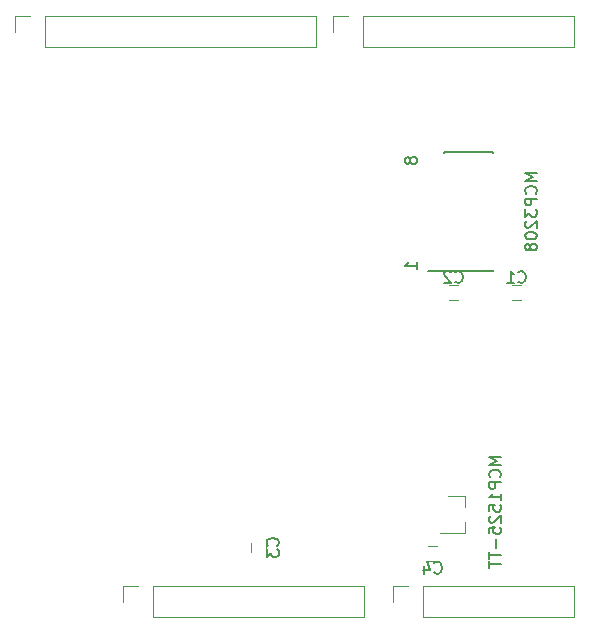
<source format=gbr>
%TF.GenerationSoftware,KiCad,Pcbnew,(5.1.6-0-10_14)*%
%TF.CreationDate,2022-12-23T17:52:02+09:00*%
%TF.ProjectId,MuxReadoutBoard,4d757852-6561-4646-9f75-74426f617264,rev?*%
%TF.SameCoordinates,Original*%
%TF.FileFunction,Legend,Bot*%
%TF.FilePolarity,Positive*%
%FSLAX46Y46*%
G04 Gerber Fmt 4.6, Leading zero omitted, Abs format (unit mm)*
G04 Created by KiCad (PCBNEW (5.1.6-0-10_14)) date 2022-12-23 17:52:02*
%MOMM*%
%LPD*%
G01*
G04 APERTURE LIST*
%ADD10C,0.150000*%
%ADD11C,0.120000*%
G04 APERTURE END LIST*
D10*
X152534952Y-112426761D02*
X152487333Y-112331523D01*
X152439714Y-112283904D01*
X152344476Y-112236285D01*
X152296857Y-112236285D01*
X152201619Y-112283904D01*
X152154000Y-112331523D01*
X152106380Y-112426761D01*
X152106380Y-112617238D01*
X152154000Y-112712476D01*
X152201619Y-112760095D01*
X152296857Y-112807714D01*
X152344476Y-112807714D01*
X152439714Y-112760095D01*
X152487333Y-112712476D01*
X152534952Y-112617238D01*
X152534952Y-112426761D01*
X152582571Y-112331523D01*
X152630190Y-112283904D01*
X152725428Y-112236285D01*
X152915904Y-112236285D01*
X153011142Y-112283904D01*
X153058761Y-112331523D01*
X153106380Y-112426761D01*
X153106380Y-112617238D01*
X153058761Y-112712476D01*
X153011142Y-112760095D01*
X152915904Y-112807714D01*
X152725428Y-112807714D01*
X152630190Y-112760095D01*
X152582571Y-112712476D01*
X152534952Y-112617238D01*
X153106380Y-121697714D02*
X153106380Y-121126285D01*
X153106380Y-121412000D02*
X152106380Y-121412000D01*
X152249238Y-121316761D01*
X152344476Y-121221523D01*
X152392095Y-121126285D01*
D11*
%TO.C,U2*%
X157224000Y-140914000D02*
X155764000Y-140914000D01*
X157224000Y-144074000D02*
X155064000Y-144074000D01*
X157224000Y-144074000D02*
X157224000Y-143144000D01*
X157224000Y-140914000D02*
X157224000Y-141844000D01*
%TO.C,C1*%
X161194000Y-124298000D02*
X161894000Y-124298000D01*
X161894000Y-123098000D02*
X161194000Y-123098000D01*
%TO.C,J5*%
X148650000Y-148530000D02*
X148650000Y-151190000D01*
X130810000Y-148530000D02*
X148650000Y-148530000D01*
X130810000Y-151190000D02*
X148650000Y-151190000D01*
X130810000Y-148530000D02*
X130810000Y-151190000D01*
X129540000Y-148530000D02*
X128210000Y-148530000D01*
X128210000Y-148530000D02*
X128210000Y-149860000D01*
D10*
%TO.C,U1*%
X155405000Y-121915000D02*
X155405000Y-121890000D01*
X159555000Y-121915000D02*
X159555000Y-121810000D01*
X159555000Y-111765000D02*
X159555000Y-111870000D01*
X155405000Y-111765000D02*
X155405000Y-111870000D01*
X155405000Y-121915000D02*
X159555000Y-121915000D01*
X155405000Y-111765000D02*
X159555000Y-111765000D01*
X155405000Y-121890000D02*
X154030000Y-121890000D01*
D11*
%TO.C,J3*%
X119066000Y-100270000D02*
X119066000Y-101600000D01*
X120396000Y-100270000D02*
X119066000Y-100270000D01*
X121666000Y-100270000D02*
X121666000Y-102930000D01*
X121666000Y-102930000D02*
X144586000Y-102930000D01*
X121666000Y-100270000D02*
X144586000Y-100270000D01*
X144586000Y-100270000D02*
X144586000Y-102930000D01*
%TO.C,J4*%
X145990000Y-100270000D02*
X145990000Y-101600000D01*
X147320000Y-100270000D02*
X145990000Y-100270000D01*
X148590000Y-100270000D02*
X148590000Y-102930000D01*
X148590000Y-102930000D02*
X166430000Y-102930000D01*
X148590000Y-100270000D02*
X166430000Y-100270000D01*
X166430000Y-100270000D02*
X166430000Y-102930000D01*
%TO.C,J6*%
X151070000Y-148530000D02*
X151070000Y-149860000D01*
X152400000Y-148530000D02*
X151070000Y-148530000D01*
X153670000Y-148530000D02*
X153670000Y-151190000D01*
X153670000Y-151190000D02*
X166430000Y-151190000D01*
X153670000Y-148530000D02*
X166430000Y-148530000D01*
X166430000Y-148530000D02*
X166430000Y-151190000D01*
%TO.C,C2*%
X156560000Y-123098000D02*
X155860000Y-123098000D01*
X155860000Y-124298000D02*
X156560000Y-124298000D01*
%TO.C,C3*%
X139100000Y-144938000D02*
X139100000Y-145638000D01*
X140300000Y-145638000D02*
X140300000Y-144938000D01*
%TO.C,C4*%
X154782000Y-145196000D02*
X154082000Y-145196000D01*
X154082000Y-146396000D02*
X154782000Y-146396000D01*
%TO.C,U2*%
D10*
X160218380Y-137620952D02*
X159218380Y-137620952D01*
X159932666Y-137954285D01*
X159218380Y-138287619D01*
X160218380Y-138287619D01*
X160123142Y-139335238D02*
X160170761Y-139287619D01*
X160218380Y-139144761D01*
X160218380Y-139049523D01*
X160170761Y-138906666D01*
X160075523Y-138811428D01*
X159980285Y-138763809D01*
X159789809Y-138716190D01*
X159646952Y-138716190D01*
X159456476Y-138763809D01*
X159361238Y-138811428D01*
X159266000Y-138906666D01*
X159218380Y-139049523D01*
X159218380Y-139144761D01*
X159266000Y-139287619D01*
X159313619Y-139335238D01*
X160218380Y-139763809D02*
X159218380Y-139763809D01*
X159218380Y-140144761D01*
X159266000Y-140240000D01*
X159313619Y-140287619D01*
X159408857Y-140335238D01*
X159551714Y-140335238D01*
X159646952Y-140287619D01*
X159694571Y-140240000D01*
X159742190Y-140144761D01*
X159742190Y-139763809D01*
X160218380Y-141287619D02*
X160218380Y-140716190D01*
X160218380Y-141001904D02*
X159218380Y-141001904D01*
X159361238Y-140906666D01*
X159456476Y-140811428D01*
X159504095Y-140716190D01*
X159218380Y-142192380D02*
X159218380Y-141716190D01*
X159694571Y-141668571D01*
X159646952Y-141716190D01*
X159599333Y-141811428D01*
X159599333Y-142049523D01*
X159646952Y-142144761D01*
X159694571Y-142192380D01*
X159789809Y-142240000D01*
X160027904Y-142240000D01*
X160123142Y-142192380D01*
X160170761Y-142144761D01*
X160218380Y-142049523D01*
X160218380Y-141811428D01*
X160170761Y-141716190D01*
X160123142Y-141668571D01*
X159313619Y-142620952D02*
X159266000Y-142668571D01*
X159218380Y-142763809D01*
X159218380Y-143001904D01*
X159266000Y-143097142D01*
X159313619Y-143144761D01*
X159408857Y-143192380D01*
X159504095Y-143192380D01*
X159646952Y-143144761D01*
X160218380Y-142573333D01*
X160218380Y-143192380D01*
X159218380Y-144097142D02*
X159218380Y-143620952D01*
X159694571Y-143573333D01*
X159646952Y-143620952D01*
X159599333Y-143716190D01*
X159599333Y-143954285D01*
X159646952Y-144049523D01*
X159694571Y-144097142D01*
X159789809Y-144144761D01*
X160027904Y-144144761D01*
X160123142Y-144097142D01*
X160170761Y-144049523D01*
X160218380Y-143954285D01*
X160218380Y-143716190D01*
X160170761Y-143620952D01*
X160123142Y-143573333D01*
X159837428Y-144573333D02*
X159837428Y-145335238D01*
X159218380Y-145668571D02*
X159218380Y-146240000D01*
X160218380Y-145954285D02*
X159218380Y-145954285D01*
X159218380Y-146430476D02*
X159218380Y-147001904D01*
X160218380Y-146716190D02*
X159218380Y-146716190D01*
%TO.C,C1*%
X161710666Y-122785142D02*
X161758285Y-122832761D01*
X161901142Y-122880380D01*
X161996380Y-122880380D01*
X162139238Y-122832761D01*
X162234476Y-122737523D01*
X162282095Y-122642285D01*
X162329714Y-122451809D01*
X162329714Y-122308952D01*
X162282095Y-122118476D01*
X162234476Y-122023238D01*
X162139238Y-121928000D01*
X161996380Y-121880380D01*
X161901142Y-121880380D01*
X161758285Y-121928000D01*
X161710666Y-121975619D01*
X160758285Y-122880380D02*
X161329714Y-122880380D01*
X161044000Y-122880380D02*
X161044000Y-121880380D01*
X161139238Y-122023238D01*
X161234476Y-122118476D01*
X161329714Y-122166095D01*
%TO.C,U1*%
X163266380Y-113601904D02*
X162266380Y-113601904D01*
X162980666Y-113935238D01*
X162266380Y-114268571D01*
X163266380Y-114268571D01*
X163171142Y-115316190D02*
X163218761Y-115268571D01*
X163266380Y-115125714D01*
X163266380Y-115030476D01*
X163218761Y-114887619D01*
X163123523Y-114792380D01*
X163028285Y-114744761D01*
X162837809Y-114697142D01*
X162694952Y-114697142D01*
X162504476Y-114744761D01*
X162409238Y-114792380D01*
X162314000Y-114887619D01*
X162266380Y-115030476D01*
X162266380Y-115125714D01*
X162314000Y-115268571D01*
X162361619Y-115316190D01*
X163266380Y-115744761D02*
X162266380Y-115744761D01*
X162266380Y-116125714D01*
X162314000Y-116220952D01*
X162361619Y-116268571D01*
X162456857Y-116316190D01*
X162599714Y-116316190D01*
X162694952Y-116268571D01*
X162742571Y-116220952D01*
X162790190Y-116125714D01*
X162790190Y-115744761D01*
X162266380Y-116649523D02*
X162266380Y-117268571D01*
X162647333Y-116935238D01*
X162647333Y-117078095D01*
X162694952Y-117173333D01*
X162742571Y-117220952D01*
X162837809Y-117268571D01*
X163075904Y-117268571D01*
X163171142Y-117220952D01*
X163218761Y-117173333D01*
X163266380Y-117078095D01*
X163266380Y-116792380D01*
X163218761Y-116697142D01*
X163171142Y-116649523D01*
X162361619Y-117649523D02*
X162314000Y-117697142D01*
X162266380Y-117792380D01*
X162266380Y-118030476D01*
X162314000Y-118125714D01*
X162361619Y-118173333D01*
X162456857Y-118220952D01*
X162552095Y-118220952D01*
X162694952Y-118173333D01*
X163266380Y-117601904D01*
X163266380Y-118220952D01*
X162266380Y-118840000D02*
X162266380Y-118935238D01*
X162314000Y-119030476D01*
X162361619Y-119078095D01*
X162456857Y-119125714D01*
X162647333Y-119173333D01*
X162885428Y-119173333D01*
X163075904Y-119125714D01*
X163171142Y-119078095D01*
X163218761Y-119030476D01*
X163266380Y-118935238D01*
X163266380Y-118840000D01*
X163218761Y-118744761D01*
X163171142Y-118697142D01*
X163075904Y-118649523D01*
X162885428Y-118601904D01*
X162647333Y-118601904D01*
X162456857Y-118649523D01*
X162361619Y-118697142D01*
X162314000Y-118744761D01*
X162266380Y-118840000D01*
X162694952Y-119744761D02*
X162647333Y-119649523D01*
X162599714Y-119601904D01*
X162504476Y-119554285D01*
X162456857Y-119554285D01*
X162361619Y-119601904D01*
X162314000Y-119649523D01*
X162266380Y-119744761D01*
X162266380Y-119935238D01*
X162314000Y-120030476D01*
X162361619Y-120078095D01*
X162456857Y-120125714D01*
X162504476Y-120125714D01*
X162599714Y-120078095D01*
X162647333Y-120030476D01*
X162694952Y-119935238D01*
X162694952Y-119744761D01*
X162742571Y-119649523D01*
X162790190Y-119601904D01*
X162885428Y-119554285D01*
X163075904Y-119554285D01*
X163171142Y-119601904D01*
X163218761Y-119649523D01*
X163266380Y-119744761D01*
X163266380Y-119935238D01*
X163218761Y-120030476D01*
X163171142Y-120078095D01*
X163075904Y-120125714D01*
X162885428Y-120125714D01*
X162790190Y-120078095D01*
X162742571Y-120030476D01*
X162694952Y-119935238D01*
%TO.C,C2*%
X156376666Y-122785142D02*
X156424285Y-122832761D01*
X156567142Y-122880380D01*
X156662380Y-122880380D01*
X156805238Y-122832761D01*
X156900476Y-122737523D01*
X156948095Y-122642285D01*
X156995714Y-122451809D01*
X156995714Y-122308952D01*
X156948095Y-122118476D01*
X156900476Y-122023238D01*
X156805238Y-121928000D01*
X156662380Y-121880380D01*
X156567142Y-121880380D01*
X156424285Y-121928000D01*
X156376666Y-121975619D01*
X155995714Y-121975619D02*
X155948095Y-121928000D01*
X155852857Y-121880380D01*
X155614761Y-121880380D01*
X155519523Y-121928000D01*
X155471904Y-121975619D01*
X155424285Y-122070857D01*
X155424285Y-122166095D01*
X155471904Y-122308952D01*
X156043333Y-122880380D01*
X155424285Y-122880380D01*
%TO.C,C3*%
X141307142Y-145121333D02*
X141354761Y-145073714D01*
X141402380Y-144930857D01*
X141402380Y-144835619D01*
X141354761Y-144692761D01*
X141259523Y-144597523D01*
X141164285Y-144549904D01*
X140973809Y-144502285D01*
X140830952Y-144502285D01*
X140640476Y-144549904D01*
X140545238Y-144597523D01*
X140450000Y-144692761D01*
X140402380Y-144835619D01*
X140402380Y-144930857D01*
X140450000Y-145073714D01*
X140497619Y-145121333D01*
X140402380Y-145454666D02*
X140402380Y-146073714D01*
X140783333Y-145740380D01*
X140783333Y-145883238D01*
X140830952Y-145978476D01*
X140878571Y-146026095D01*
X140973809Y-146073714D01*
X141211904Y-146073714D01*
X141307142Y-146026095D01*
X141354761Y-145978476D01*
X141402380Y-145883238D01*
X141402380Y-145597523D01*
X141354761Y-145502285D01*
X141307142Y-145454666D01*
%TO.C,C4*%
X154598666Y-147403142D02*
X154646285Y-147450761D01*
X154789142Y-147498380D01*
X154884380Y-147498380D01*
X155027238Y-147450761D01*
X155122476Y-147355523D01*
X155170095Y-147260285D01*
X155217714Y-147069809D01*
X155217714Y-146926952D01*
X155170095Y-146736476D01*
X155122476Y-146641238D01*
X155027238Y-146546000D01*
X154884380Y-146498380D01*
X154789142Y-146498380D01*
X154646285Y-146546000D01*
X154598666Y-146593619D01*
X153741523Y-146831714D02*
X153741523Y-147498380D01*
X153979619Y-146450761D02*
X154217714Y-147165047D01*
X153598666Y-147165047D01*
%TD*%
M02*

</source>
